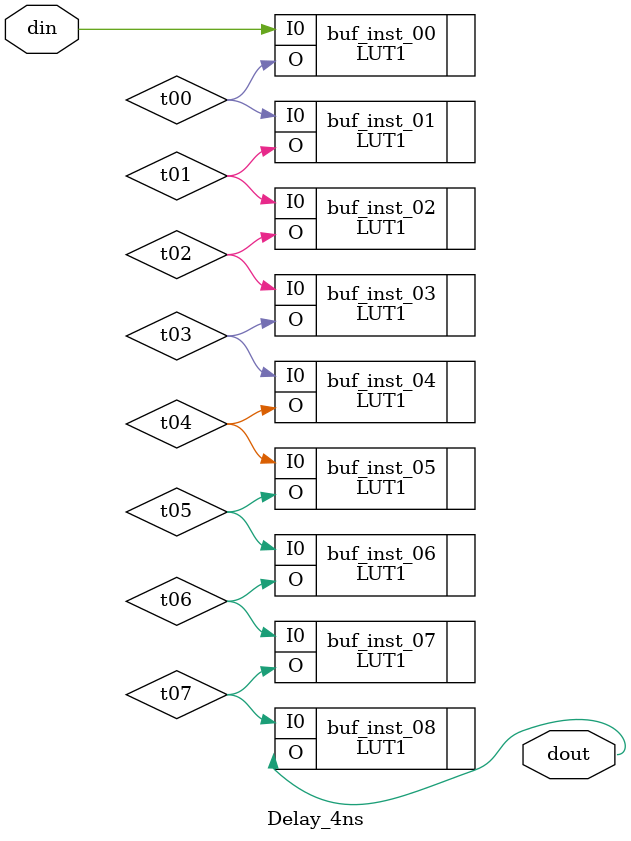
<source format=v>
(* dont_touch = "true" *)
module Delay_4ns (din, dout);
    /*** port ***/
    input din;
    output dout;
    
    (* dont_touch = "true" *) wire t00, t01, t02, t03, t04, t05, t06, t07;

    (* dont_touch = "true" *) LUT1 #(.INIT(2'b10)) buf_inst_00 (.O(t00), .I0(din));
    (* dont_touch = "true" *) LUT1 #(.INIT(2'b10)) buf_inst_01 (.O(t01), .I0(t00));
    (* dont_touch = "true" *) LUT1 #(.INIT(2'b10)) buf_inst_02 (.O(t02), .I0(t01));
    (* dont_touch = "true" *) LUT1 #(.INIT(2'b10)) buf_inst_03 (.O(t03), .I0(t02));
    (* dont_touch = "true" *) LUT1 #(.INIT(2'b10)) buf_inst_04 (.O(t04), .I0(t03));
    (* dont_touch = "true" *) LUT1 #(.INIT(2'b10)) buf_inst_05 (.O(t05), .I0(t04));
    (* dont_touch = "true" *) LUT1 #(.INIT(2'b10)) buf_inst_06 (.O(t06), .I0(t05));
    (* dont_touch = "true" *) LUT1 #(.INIT(2'b10)) buf_inst_07 (.O(t07), .I0(t06));
    (* dont_touch = "true" *) LUT1 #(.INIT(2'b10)) buf_inst_08 (.O(dout), .I0(t07));

    // (* dont_touch = "true" *) LUT1 #(.INIT(2'b10)) buf_inst_00 (.O(t00), .I0(din));
    // (* dont_touch = "true" *) LUT1 #(.INIT(2'b10)) buf_inst_01 (.O(t01), .I0(t00));
    // (* dont_touch = "true" *) LUT1 #(.INIT(2'b10)) buf_inst_02 (.O(t02), .I0(t01));
    // (* dont_touch = "true" *) LUT1 #(.INIT(2'b10)) buf_inst_03 (.O(t03), .I0(t02));
    // (* dont_touch = "true" *) LUT1 #(.INIT(2'b10)) buf_inst_04 (.O(t04), .I0(t03));
    // (* dont_touch = "true" *) LUT1 #(.INIT(2'b10)) buf_inst_05 (.O(t05), .I0(t04));
    // (* dont_touch = "true" *) LUT1 #(.INIT(2'b10)) buf_inst_06 (.O(t06), .I0(t05));
    // (* dont_touch = "true" *) LUT1 #(.INIT(2'b10)) buf_inst_08 (.O(dout), .I0(t06));
endmodule
</source>
